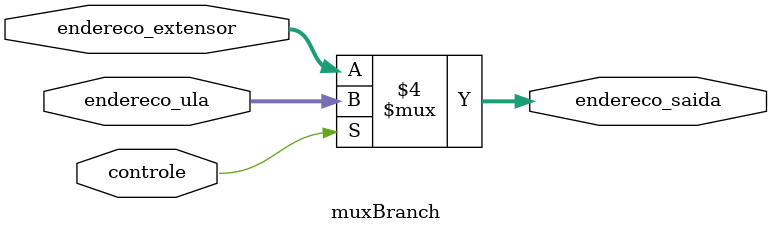
<source format=v>
module muxBranch(
controle,
endereco_extensor,
endereco_ula,
endereco_saida
);

input controle;
input [31:0] endereco_extensor;
input [31:0] endereco_ula;

output reg [31:0] endereco_saida;

always @ (controle or endereco_extensor or endereco_ula) begin
	if (controle == 1'b0)
		endereco_saida = endereco_extensor;
	else
		endereco_saida = endereco_ula;
end

endmodule

</source>
